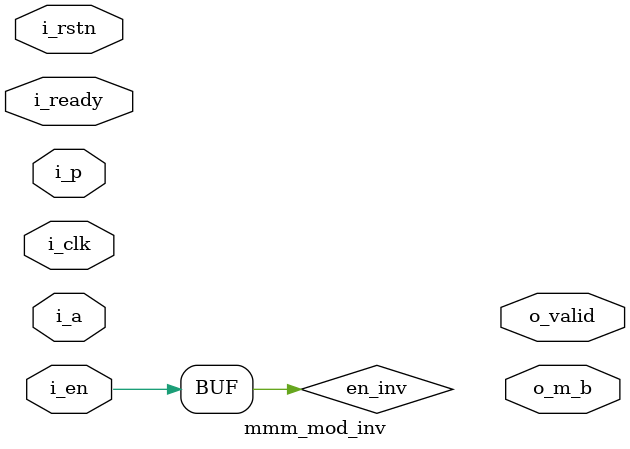
<source format=v>
/*
module mmm_mod_inv #(
    parameter               IDW     =       256,
    parameter               ODW     =       IDW + 3,
    parameter               N       =       256,
    parameter               NW      =       $clog2(N),
    parameter               PW      =       260
)(
    //system signals
    input                   i_clk,
    input                   i_rstn,
    //input singals
    input                   i_valid,
    output                  o_ready,
    input   [IDW-1:0]       i_a,
    input   [PW-1:0]        i_p,

    input                   i_ready,
    output                  o_valid,
    output  [ODW-1:0]       o_m_b
);

    //defination of the localparam
    //fsm
    localparam              IDLE    =   4'b0000;
    localparam              S1      =   4'b0001;
    localparam              S2      =   4'b0010;
    localparam              S3      =   4'b0011;
    localparam              S4      =   4'b0100;
    localparam              S5      =   4'b0101;
    localparam              S6      =   4'b0110;
    localparam              S7      =   4'b0111;
    localparam              S8      =   4'b1000;

    //defination of the wire and reg
    reg     [3:0]           cur_sta;
    reg     [3:0]           nxt_sta;

    reg     [IDW-1:0]       u;
    reg     [PW-1:0]        v;

    reg     [IDW-1:0]       a;
    reg     [PW-1:0]        p;

    reg     [PW:0]          x1;
    reg     [PW:0]          x2;

    reg     [ODW-1:0]       r;

    //fsm control signal
    wire                    start;
    wire                    u_zero;
    wire                    u_even;
    wire                    v_even;
    wire                    finish;
    wire                    u_ge_v;

    assign  start           =       i_valid & o_ready;
    assign  u_zero          =       u == 0;
    assign  u_even          =       (~u[0]) ? 1'b1 : 1'b0;
    assign  v_even          =       (~v[0]) ? 1'b1 : 1'b0;
    assign  u_ge_v          =       u > v;
    //assign  u_ge_v          =       
    
    //keep the data of p
    always @(posedge i_clk or negedge i_rstn) begin
        if(!i_rstn) begin
            a               <=      {(IDW){1'b0}};
            p               <=      {(PW){1'b0}};
        end
        else if(start) begin
            a               <=      i_a;
            p               <=      i_p;
        end
    end

    ////////////////////////////////
    //      Main Code
    ////////////////////////////////
    //fsm first
    always @(posedge i_clk or negedge i_rstn) begin
        if(!i_rstn)
            cur_sta         <=      IDLE;
        else
            cur_sta         <=      nxt_sta; 
    end
    //fsm second
    always @(*) begin
        nxt_sta             =   IDLE;
        case(cur_sta) 
            IDLE : begin
                if(start)
                    nxt_sta =   S1;
                else
                    nxt_sta =   IDLE;
            end

            S1 : begin
                if(!u_zero && u_even)
                    nxt_sta =   S2;
                else if(!u_zero && !u_even && v_even)
                    nxt_sta =   S3;
                else if(!u_zero && !u_even && !v_even)
                    nxt_sta =   S4;
                else
                    nxt_sta =   S7;
            end

            S2 : begin
                if(!u_even && v_even)
                    nxt_sta =   S3;
                else if(!u_even && !v_even)
                    nxt_sta =   S4;
                else
                    nxt_sta =   S2;
            end

            S3 : begin
                if(!v_even)
                    nxt_sta =   S4;
                else
                    nxt_sta =   S3;
            end

            S4 : begin
                if(u_ge_v)
                    nxt_sta =   S5;
                else
                    nxt_sta =   S6;
            end

            S5 : begin
                if(!u_zero && !u_even && !v_even)
                    nxt_sta =   S4;
                else if(!u_zero && !u_even && v_even)
                    nxt_sta =   S3;
                else if(!u_zero && u_even)
                    nxt_sta =   S2;
                else
                    nxt_sta =   S7;
            end

            S6 : begin
                if(!u_zero && !u_even && !v_even)
                    nxt_sta =   S4;
                else if(!u_zero && !u_even && v_even)
                    nxt_sta =   S3;
                else if(!u_zero && u_even)
                    nxt_sta =   S2;
                else
                    nxt_sta =   S7;
            end

            S7 : begin
                nxt_sta     =   S8;
            end

            S8 : begin
                if(o_valid && i_ready)
                    nxt_sta =   IDLE;
                else
                    nxt_sta =   S8;
            end

            default : ;
        endcase
    end
    //fsm third
    //the input of the signals
    always @(posedge i_clk or negedge i_rstn) begin
        if(!i_rstn) begin
            x1                  <=      {(PW+1){1'b0}};
            x2                  <=      {(PW+1){1'b0}};
            r                   <=      {(ODW){1'b0}};
        end
        else begin
            case(nxt_sta)
                S1 : begin                    
                    x1          <=      {{(PW){1'b0}},1'b1};
                    x2          <=      {(PW+1){1'b0}};
                end

                S2 : begin
                    if(!x1[0])
                        x1      <=      x1 >> 1;
                    else 
                        x1      <=      (x1 + p) >> 1;
                end

                S3 : begin
                    if(!x2[0])
                        x2      <=      x2 >> 1;
                    else
                        x2      <=      (x2 + p) >> 1;
                end

                S5 : begin
                    if(x1 > x2)
                        x1      <=      x1 - x2;
                    else
                        x1      <=      x1 + p - x2;
                end 

                S6 : begin
                    if(x1 < x2)
                        x2      <=      x2 - x1;
                    else
                        x2      <=      x2 + p - x1; 
                end

                S7 : begin
                    r           <=      x2 % p;
                end

                default: ;
            endcase
        end
    end

    always @(posedge i_clk or negedge i_rstn) begin
        if(!i_rstn) begin
            u                   <=      {(IDW){1'b0}};
            v                   <=      {(PW){1'b0}};
        end
        else begin
            case(nxt_sta)
                S1 : begin
                    u           <=      i_a;
                    v           <=      i_p;
                end

                S2 : begin
                    if(!u[0])
                        u       <=      u >> 1;
                end

                S3 : begin
                    if(!v[0])
                        v       <=      v >> 1;
                end

                S5 : begin
                    if(v <= u)
                        u       <=      u - v;
                end

                S6 : begin
                    if(u < v)
                        v       <=      v - u;
                end

                default : ;
            endcase
        end
    end

    assign  finish  =   cur_sta == S8;
    assign  o_m_b   =   finish ? p - r : 0;
    assign  o_ready =   cur_sta == IDLE;
endmodule
*/

module mmm_mod_inv #(
    parameter               IDW1    =       258,
    parameter               IDW2    =       260,
    parameter               ODW     =       259,
    parameter               N       =       256,
    parameter               NW      =       $clog2(N),
    parameter               PW      =       260,
    parameter               MOD     =       0           //mode select
)(
    //system signals
    input                   i_clk,
    input                   i_rstn,
    //input singals
    //input                   i_valid,
    //output                  o_ready,
    input                   i_en,
    input   [IDW1-1:0]       i_a,
    input   [IDW2-1:0]      i_p,

    input                   i_ready,
    output                  o_valid,
    output  [ODW-1:0]       o_m_b
);

    //defination of the localparam
    //fsm
    localparam              IDLE    =   3'b000;
    localparam              INITIAL =   3'b001;
    localparam              JUDGE   =   3'b010;
    localparam              S1      =   3'b011;
    localparam              S2      =   3'b100;
    localparam              S3      =   3'b101;
    localparam              S4      =   3'b110;
    localparam              OUT     =   3'b111;

    //defination of the reg and wire
    reg     [2:0]           cur_sta;
    reg     [2:0]           nxt_sta;

    wire                    en_inv;

    //reg and wire
    reg     [IDW1-1:0]      u;
    reg     [PW:0]          v;
    reg     [PW:0]          x;
    reg     [PW:0]          y;
    reg     [PW-1:0]        p;

    wire                    flag;
    reg     [ODW-1:0]       r;

    assign  en_inv          =       i_en;

    //main code of the fsm
    //first stage
    always @(posedge i_clk or negedge i_rstn) begin
        if(!i_rstn)
            cur_sta         <=      IDLE;
        else
            cur_sta         <=      nxt_sta;
    end
    //second stage
    always @(*) begin
        nxt_sta             =       IDLE;
        case(cur_sta) 
            IDLE : begin
                if(en_inv)
                    nxt_sta =       INITIAL;
                else
                    nxt_sta =       IDLE;
            end

            INITIAL : begin
                if((u != 1) && (v != 1))
                    nxt_sta =       JUDGE;
                else
                    nxt_sta =       OUT;
            end

            JUDGE : begin
                if(u == 1)
                    nxt_sta =       OUT;
                else if(u[0] == 0)
                    nxt_sta =       S1;
                else if((u[0] == 1) && (v[0] == 0)) 
                    nxt_sta =       S2;
                else if(u[0] & v[0] & (!u[258]))
                    nxt_sta =       S3;
                else if(u[0] & v[0] & u[258])
                    nxt_sta =       S4;
            end

            S1 : begin
                nxt_sta     =       JUDGE;
            end

            S2 : begin
                nxt_sta     =       JUDGE;
            end

            S3 : begin
                nxt_sta     =       JUDGE;
            end

            S4 : begin
                nxt_sta     =       JUDGE;
            end

            OUT : begin
                if(!en_inv)
                    nxt_sta =       IDLE;
                else
                    nxt_sta =       OUT;
            end
        endcase
    end
    //third stage
    always @(posedge i_clk or negedge i_rstn) begin
        if(!i_rstn) begin
            u               <=      {(IDW1){1'b0}};
            v               <=      {(PW+1){1'b0}};
            p               <=      {(PW){1'b0}};
        end
        else begin

            case(nxt_sta) 
                INITIAL : begin
                    u       <=      i_a;
                    v       <=      i_p;
                    p       <=      i_p;
                end

                S1 : begin
                    if(u[0] == 0)
                        u       <=      u >> 1;
                end

                S2 : begin
                    if(v[0] == 0)
                        v       <=      v >> 1;
                end

                S3 : begin
                    if(v <= u)
                        u   <=      (u - v) >> 1;                 
                    else
                        u   <=      u;
                end

                S4 : begin
                    if(u < v) begin
                        v   <=      (v - u) >> 1;
                    end
                    else begin
                        v   <=      v;
                    end
                end

                default : ;
            endcase
        end
    end

    always @(posedge i_clk or negedge i_rstn) begin
        if(!i_rstn) begin
            x               <=      {(PW+1){1'b0}};
            y               <=      {(PW+1){1'b0}};
            r               <=      {(ODW){1'b0}};
            //flag            <=      1'b0;
        end
        else begin
            case(nxt_sta) 
                INITIAL : begin
                    x       <=      {{(260){1'b0}},1'b1};
                    y       <=      {(261){1'b0}};
                end

                S1 : begin
                    if(x[0] == 0)
                        x   <=      x >> 1;
                    else
                        x   <=      (x ^ p) >> 1;
                end

                S2 : begin
                    if(y[0] == 0)
                        y   <=      y >> 1;
                    else begin
                        y   <=      (y ^ p) >> 1;
                    end
                end

                S3 : begin
                    if(v <= u) begin                         
                        //if(x > y) begin
                        //    if(x[0] == y[0])
                        //        x   <=  (x - y) >> 1;
                        //    else
                        //        x   <=  (x - y + p) >> 1;
                        //end
                        //else begin
                        //    if(x[0] == y[0])
                        //        x   <=  (x - y) >> 1 + p;
                        //    else
                        //        x   <=  (x - y + p) >> 1; 
                        //end  
                        if(x[0] == y[0])
                            x   <=  (x ^ y) >> 1;
                        else
                            x   <=  (x ^ y ^ p) >> 1;                       
                    end
                end

                S4 : begin
                    if(u < v) begin
                        //if(x < y) begin
                        //    if(x[0] == y[0])
                        //        y   <=  (y - x) >> 1;
                        //    else
                        //        y   <=  (y - x + p) >> 1;
                        //end
                        //else begin
                        //    if(x[0] == y[0])
                        //        y   <=  (y - x + p) >> 1;
                        //    else
                        //        y   <=  ((y - x) >> 1) + p;
                        //end

                        if(x[0] == y[0])
                            y   <=  (x ^ y) >> 1;
                        else
                            y   <=  (x ^ y ^ p) >> 1;
                    end
                end

                OUT : begin
                    if(u == 1) begin
                        r                   <=  x % p;
                    end
                    else begin
                        r                   <=  y % p;          
                    end
                end
            endcase
        end
    end

    assign  flag = cur_sta == OUT;
endmodule
</source>
